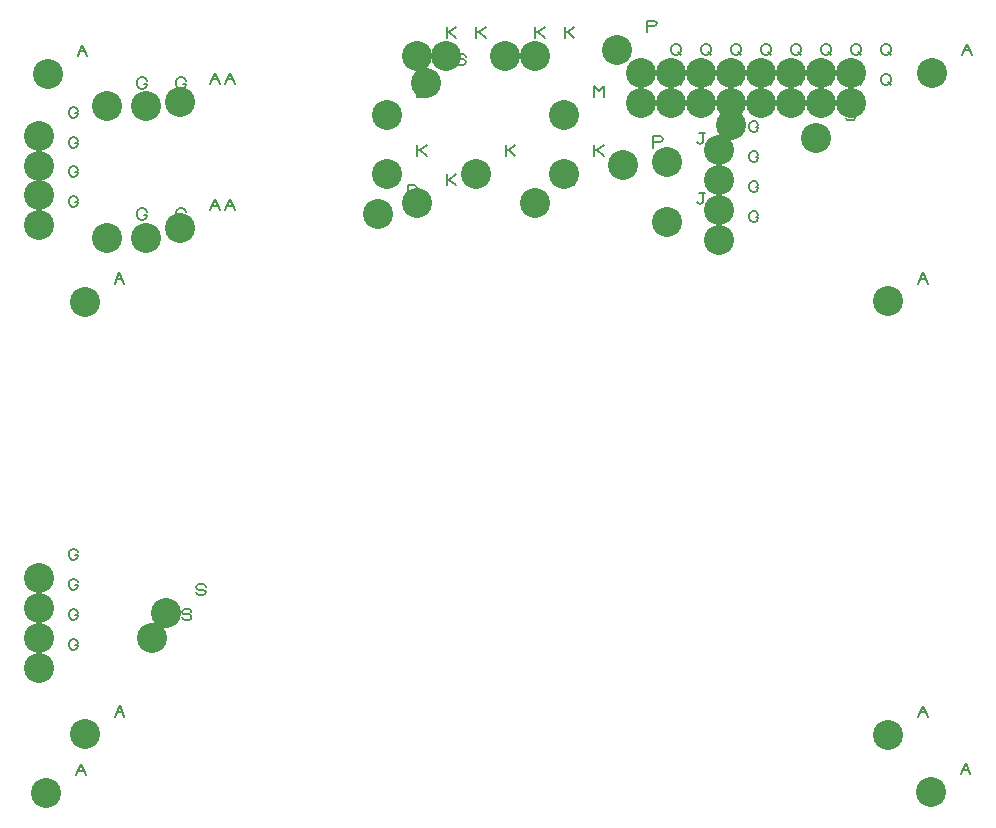
<source format=gbr>
G04 EasyPC Gerber Version 21.0.3 Build 4286 *
G04 #@! TF.Part,Single*
G04 #@! TF.FileFunction,Drillmap *
G04 #@! TF.FilePolarity,Positive *
%FSLAX35Y35*%
%MOIN*%
%ADD29C,0.00500*%
G04 #@! TA.AperFunction,ComponentPad*
%ADD99C,0.10000*%
X0Y0D02*
D02*
D29*
X53650Y107199D02*
X54588D01*
Y106886*
X54275Y106261*
X53963Y105949*
X53338Y105636*
X52713*
X52088Y105949*
X51775Y106261*
X51463Y106886*
Y108136*
X51775Y108761*
X52088Y109074*
X52713Y109386*
X53338*
X53963Y109074*
X54275Y108761*
X54588Y108136*
X53650Y117199D02*
X54588D01*
Y116886*
X54275Y116261*
X53963Y115949*
X53338Y115636*
X52713*
X52088Y115949*
X51775Y116261*
X51463Y116886*
Y118136*
X51775Y118761*
X52088Y119074*
X52713Y119386*
X53338*
X53963Y119074*
X54275Y118761*
X54588Y118136*
X53650Y127278D02*
X54588D01*
Y126965*
X54275Y126340*
X53963Y126028*
X53338Y125715*
X52713*
X52088Y126028*
X51775Y126340*
X51463Y126965*
Y128215*
X51775Y128840*
X52088Y129153*
X52713Y129465*
X53338*
X53963Y129153*
X54275Y128840*
X54588Y128215*
X53650Y137278D02*
X54588D01*
Y136965*
X54275Y136340*
X53963Y136028*
X53338Y135715*
X52713*
X52088Y136028*
X51775Y136340*
X51463Y136965*
Y138215*
X51775Y138840*
X52088Y139153*
X52713Y139465*
X53338*
X53963Y139153*
X54275Y138840*
X54588Y138215*
X53650Y254837D02*
X54588D01*
Y254524*
X54275Y253899*
X53963Y253587*
X53338Y253274*
X52713*
X52088Y253587*
X51775Y253899*
X51463Y254524*
Y255774*
X51775Y256399*
X52088Y256712*
X52713Y257024*
X53338*
X53963Y256712*
X54275Y256399*
X54588Y255774*
X53650Y264837D02*
X54588D01*
Y264524*
X54275Y263899*
X53963Y263587*
X53338Y263274*
X52713*
X52088Y263587*
X51775Y263899*
X51463Y264524*
Y265774*
X51775Y266399*
X52088Y266712*
X52713Y267024*
X53338*
X53963Y266712*
X54275Y266399*
X54588Y265774*
X53650Y274522D02*
X54588D01*
Y274209*
X54275Y273584*
X53963Y273272*
X53338Y272959*
X52713*
X52088Y273272*
X51775Y273584*
X51463Y274209*
Y275459*
X51775Y276084*
X52088Y276397*
X52713Y276709*
X53338*
X53963Y276397*
X54275Y276084*
X54588Y275459*
X53650Y284522D02*
X54588D01*
Y284209*
X54275Y283584*
X53963Y283272*
X53338Y282959*
X52713*
X52088Y283272*
X51775Y283584*
X51463Y284209*
Y285459*
X51775Y286084*
X52088Y286397*
X52713Y286709*
X53338*
X53963Y286397*
X54275Y286084*
X54588Y285459*
X54020Y63840D02*
X55582Y67590D01*
X57145Y63840*
X54645Y65403D02*
X56520D01*
X54413Y303604D02*
X55976Y307354D01*
X57539Y303604*
X55039Y305167D02*
X56913D01*
X66790Y227760D02*
X68353Y231510D01*
X69915Y227760*
X67415Y229323D02*
X69290D01*
X66850Y83494D02*
X68413Y87244D01*
X69976Y83494*
X67476Y85056D02*
X69350D01*
X76485Y250663D02*
X77422D01*
Y250351*
X77110Y249726*
X76797Y249413*
X76172Y249101*
X75547*
X74922Y249413*
X74610Y249726*
X74297Y250351*
Y251601*
X74610Y252226*
X74922Y252539*
X75547Y252851*
X76172*
X76797Y252539*
X77110Y252226*
X77422Y251601*
X76485Y294373D02*
X77422D01*
Y294061*
X77110Y293436*
X76797Y293123*
X76172Y292811*
X75547*
X74922Y293123*
X74610Y293436*
X74297Y294061*
Y295311*
X74610Y295936*
X74922Y296248*
X75547Y296561*
X76172*
X76797Y296248*
X77110Y295936*
X77422Y295311*
X89477Y250654D02*
X90415D01*
Y250342*
X90102Y249717*
X89789Y249404*
X89165Y249092*
X88539*
X87915Y249404*
X87602Y249717*
X87289Y250342*
Y251592*
X87602Y252217*
X87915Y252530*
X88539Y252842*
X89165*
X89789Y252530*
X90102Y252217*
X90415Y251592*
X89477Y294364D02*
X90415D01*
Y294052*
X90102Y293427*
X89789Y293114*
X89165Y292802*
X88539*
X87915Y293114*
X87602Y293427*
X87289Y294052*
Y295302*
X87602Y295927*
X87915Y296239*
X88539Y296552*
X89165*
X89789Y296239*
X90102Y295927*
X90415Y295302*
X89258Y116574D02*
X89570Y115949D01*
X90195Y115636*
X91445*
X92070Y115949*
X92383Y116574*
X92070Y117199*
X91445Y117511*
X90195*
X89570Y117824*
X89258Y118449*
X89570Y119074*
X90195Y119386*
X91445*
X92070Y119074*
X92383Y118449*
X93982Y124842D02*
X94295Y124217D01*
X94920Y123904*
X96170*
X96795Y124217*
X97107Y124842*
X96795Y125467*
X96170Y125779*
X94920*
X94295Y126092*
X93982Y126717*
X94295Y127342*
X94920Y127654*
X96170*
X96795Y127342*
X97107Y126717*
X98707Y252250D02*
X100269Y256000D01*
X101832Y252250*
X99332Y253813D02*
X101207D01*
X103707Y252250D02*
X105269Y256000D01*
X106832Y252250*
X104332Y253813D02*
X106207D01*
X98707Y294376D02*
X100269Y298126D01*
X101832Y294376*
X99332Y295939D02*
X101207D01*
X103707Y294376D02*
X105269Y298126D01*
X106832Y294376*
X104332Y295939D02*
X106207D01*
X164455Y256778D02*
Y260528D01*
X166642*
X167267Y260216*
X167580Y259591*
X167267Y258966*
X166642Y258653*
X164455*
X167604Y270361D02*
Y274111D01*
Y272236D02*
X168542D01*
X170730Y274111*
X168542Y272236D02*
X170730Y270361D01*
X167604Y293796D02*
Y290046D01*
X170730*
X177447Y260518D02*
Y264268D01*
Y262393D02*
X178384D01*
X180572Y264268*
X178384Y262393D02*
X180572Y260518D01*
X177447Y309731D02*
Y313481D01*
Y311606D02*
X178384D01*
X180572Y313481*
X178384Y311606D02*
X180572Y309731D01*
X180596Y301613D02*
X180909Y300988D01*
X181534Y300676*
X182784*
X183409Y300988*
X183722Y301613*
X183409Y302238*
X182784Y302551*
X181534*
X180909Y302863*
X180596Y303488*
X180909Y304113*
X181534Y304426*
X182784*
X183409Y304113*
X183722Y303488*
X187289Y309731D02*
Y313481D01*
Y311606D02*
X188227D01*
X190415Y313481*
X188227Y311606D02*
X190415Y309731D01*
X197132Y270361D02*
Y274111D01*
Y272236D02*
X198069D01*
X200257Y274111*
X198069Y272236D02*
X200257Y270361D01*
X206974Y309731D02*
Y313481D01*
Y311606D02*
X207912D01*
X210100Y313481*
X207912Y311606D02*
X210100Y309731D01*
X216817Y260518D02*
Y264268D01*
Y262393D02*
X217754D01*
X219942Y264268*
X217754Y262393D02*
X219942Y260518D01*
X216817Y309731D02*
Y313481D01*
Y311606D02*
X217754D01*
X219942Y313481*
X217754Y311606D02*
X219942Y309731D01*
X226659Y270361D02*
Y274111D01*
Y272236D02*
X227597D01*
X229785Y274111*
X227597Y272236D02*
X229785Y270361D01*
X226659Y290046D02*
Y293796D01*
X228222Y291921*
X229785Y293796*
Y290046*
X244376Y311699D02*
Y315449D01*
X246563*
X247189Y315137*
X247501Y314512*
X247189Y313887*
X246563Y313574*
X244376*
X246344Y273117D02*
Y276867D01*
X248532*
X249157Y276554*
X249470Y275929*
X249157Y275304*
X248532Y274992*
X246344*
X252329Y295233D02*
Y296483D01*
X252641Y297108*
X252954Y297420*
X253579Y297733*
X254204*
X254829Y297420*
X255141Y297108*
X255454Y296483*
Y295233*
X255141Y294608*
X254829Y294295*
X254204Y293983*
X253579*
X252954Y294295*
X252641Y294608*
X252329Y295233*
X254516Y294920D02*
X255454Y293983D01*
X252329Y305233D02*
Y306483D01*
X252641Y307108*
X252954Y307420*
X253579Y307733*
X254204*
X254829Y307420*
X255141Y307108*
X255454Y306483*
Y305233*
X255141Y304608*
X254829Y304295*
X254204Y303983*
X253579*
X252954Y304295*
X252641Y304608*
X252329Y305233*
X254516Y304920D02*
X255454Y303983D01*
X260911Y254844D02*
X261224Y254531D01*
X261849Y254219*
X262474Y254531*
X262787Y254844*
Y257969*
X263411*
X262787D02*
X261537D01*
X260911Y274844D02*
X261224Y274531D01*
X261849Y274219*
X262474Y274531*
X262787Y274844*
Y277969*
X263411*
X262787D02*
X261537D01*
X262329Y295233D02*
Y296483D01*
X262641Y297108*
X262954Y297420*
X263579Y297733*
X264204*
X264829Y297420*
X265141Y297108*
X265454Y296483*
Y295233*
X265141Y294608*
X264829Y294295*
X264204Y293983*
X263579*
X262954Y294295*
X262641Y294608*
X262329Y295233*
X264516Y294920D02*
X265454Y293983D01*
X262329Y305233D02*
Y306483D01*
X262641Y307108*
X262954Y307420*
X263579Y307733*
X264204*
X264829Y307420*
X265141Y307108*
X265454Y306483*
Y305233*
X265141Y304608*
X264829Y304295*
X264204Y303983*
X263579*
X262954Y304295*
X262641Y304608*
X262329Y305233*
X264516Y304920D02*
X265454Y303983D01*
X272329Y295233D02*
Y296483D01*
X272641Y297108*
X272954Y297420*
X273579Y297733*
X274204*
X274829Y297420*
X275141Y297108*
X275454Y296483*
Y295233*
X275141Y294608*
X274829Y294295*
X274204Y293983*
X273579*
X272954Y294295*
X272641Y294608*
X272329Y295233*
X274516Y294920D02*
X275454Y293983D01*
X272329Y305233D02*
Y306483D01*
X272641Y307108*
X272954Y307420*
X273579Y307733*
X274204*
X274829Y307420*
X275141Y307108*
X275454Y306483*
Y305233*
X275141Y304608*
X274829Y304295*
X274204Y303983*
X273579*
X272954Y304295*
X272641Y304608*
X272329Y305233*
X274516Y304920D02*
X275454Y303983D01*
X280422Y249876D02*
X281359D01*
Y249563*
X281047Y248939*
X280734Y248626*
X280109Y248313*
X279484*
X278859Y248626*
X278547Y248939*
X278234Y249563*
Y250813*
X278547Y251439*
X278859Y251751*
X279484Y252063*
X280109*
X280734Y251751*
X281047Y251439*
X281359Y250813*
X280422Y259876D02*
X281359D01*
Y259563*
X281047Y258939*
X280734Y258626*
X280109Y258313*
X279484*
X278859Y258626*
X278547Y258939*
X278234Y259563*
Y260813*
X278547Y261439*
X278859Y261751*
X279484Y262063*
X280109*
X280734Y261751*
X281047Y261439*
X281359Y260813*
X280422Y269876D02*
X281359D01*
Y269563*
X281047Y268939*
X280734Y268626*
X280109Y268313*
X279484*
X278859Y268626*
X278547Y268939*
X278234Y269563*
Y270813*
X278547Y271439*
X278859Y271751*
X279484Y272063*
X280109*
X280734Y271751*
X281047Y271439*
X281359Y270813*
X280422Y279876D02*
X281359D01*
Y279563*
X281047Y278939*
X280734Y278626*
X280109Y278313*
X279484*
X278859Y278626*
X278547Y278939*
X278234Y279563*
Y280813*
X278547Y281439*
X278859Y281751*
X279484Y282063*
X280109*
X280734Y281751*
X281047Y281439*
X281359Y280813*
X282329Y287440D02*
X282641Y286815D01*
X283266Y286502*
X284516*
X285141Y286815*
X285454Y287440*
X285141Y288065*
X284516Y288378*
X283266*
X282641Y288690*
X282329Y289315*
X282641Y289940*
X283266Y290252*
X284516*
X285141Y289940*
X285454Y289315*
X282329Y295233D02*
Y296483D01*
X282641Y297108*
X282954Y297420*
X283579Y297733*
X284204*
X284829Y297420*
X285141Y297108*
X285454Y296483*
Y295233*
X285141Y294608*
X284829Y294295*
X284204Y293983*
X283579*
X282954Y294295*
X282641Y294608*
X282329Y295233*
X284516Y294920D02*
X285454Y293983D01*
X282329Y305233D02*
Y306483D01*
X282641Y307108*
X282954Y307420*
X283579Y307733*
X284204*
X284829Y307420*
X285141Y307108*
X285454Y306483*
Y305233*
X285141Y304608*
X284829Y304295*
X284204Y303983*
X283579*
X282954Y304295*
X282641Y304608*
X282329Y305233*
X284516Y304920D02*
X285454Y303983D01*
X292329Y295233D02*
Y296483D01*
X292641Y297108*
X292954Y297420*
X293579Y297733*
X294204*
X294829Y297420*
X295141Y297108*
X295454Y296483*
Y295233*
X295141Y294608*
X294829Y294295*
X294204Y293983*
X293579*
X292954Y294295*
X292641Y294608*
X292329Y295233*
X294516Y294920D02*
X295454Y293983D01*
X292329Y305233D02*
Y306483D01*
X292641Y307108*
X292954Y307420*
X293579Y307733*
X294204*
X294829Y307420*
X295141Y307108*
X295454Y306483*
Y305233*
X295141Y304608*
X294829Y304295*
X294204Y303983*
X293579*
X292954Y304295*
X292641Y304608*
X292329Y305233*
X294516Y304920D02*
X295454Y303983D01*
X302329Y295233D02*
Y296483D01*
X302641Y297108*
X302954Y297420*
X303579Y297733*
X304204*
X304829Y297420*
X305141Y297108*
X305454Y296483*
Y295233*
X305141Y294608*
X304829Y294295*
X304204Y293983*
X303579*
X302954Y294295*
X302641Y294608*
X302329Y295233*
X304516Y294920D02*
X305454Y293983D01*
X302329Y305233D02*
Y306483D01*
X302641Y307108*
X302954Y307420*
X303579Y307733*
X304204*
X304829Y307420*
X305141Y307108*
X305454Y306483*
Y305233*
X305141Y304608*
X304829Y304295*
X304204Y303983*
X303579*
X302954Y304295*
X302641Y304608*
X302329Y305233*
X304516Y304920D02*
X305454Y303983D01*
X310518Y283109D02*
X310830Y282484D01*
X311455Y282172*
X312705*
X313330Y282484*
X313643Y283109*
X313330Y283734*
X312705Y284047*
X311455*
X310830Y284359*
X310518Y284984*
X310830Y285609*
X311455Y285922*
X312705*
X313330Y285609*
X313643Y284984*
X312329Y295233D02*
Y296483D01*
X312641Y297108*
X312954Y297420*
X313579Y297733*
X314204*
X314829Y297420*
X315141Y297108*
X315454Y296483*
Y295233*
X315141Y294608*
X314829Y294295*
X314204Y293983*
X313579*
X312954Y294295*
X312641Y294608*
X312329Y295233*
X314516Y294920D02*
X315454Y293983D01*
X312329Y305233D02*
Y306483D01*
X312641Y307108*
X312954Y307420*
X313579Y307733*
X314204*
X314829Y307420*
X315141Y307108*
X315454Y306483*
Y305233*
X315141Y304608*
X314829Y304295*
X314204Y303983*
X313579*
X312954Y304295*
X312641Y304608*
X312329Y305233*
X314516Y304920D02*
X315454Y303983D01*
X322329Y295233D02*
Y296483D01*
X322641Y297108*
X322954Y297420*
X323579Y297733*
X324204*
X324829Y297420*
X325141Y297108*
X325454Y296483*
Y295233*
X325141Y294608*
X324829Y294295*
X324204Y293983*
X323579*
X322954Y294295*
X322641Y294608*
X322329Y295233*
X324516Y294920D02*
X325454Y293983D01*
X322329Y305233D02*
Y306483D01*
X322641Y307108*
X322954Y307420*
X323579Y307733*
X324204*
X324829Y307420*
X325141Y307108*
X325454Y306483*
Y305233*
X325141Y304608*
X324829Y304295*
X324204Y303983*
X323579*
X322954Y304295*
X322641Y304608*
X322329Y305233*
X324516Y304920D02*
X325454Y303983D01*
X334613Y227786D02*
X336176Y231536D01*
X337738Y227786*
X335238Y229349D02*
X337113D01*
X334620Y83294D02*
X336183Y87044D01*
X337746Y83294*
X335246Y84856D02*
X337120D01*
X348902Y64234D02*
X350464Y67984D01*
X352027Y64234*
X349527Y65796D02*
X351402D01*
X349295Y303998D02*
X350858Y307748D01*
X352420Y303998*
X349920Y305560D02*
X351795D01*
D02*
D99*
X41463Y99699D03*
Y109699D03*
Y119778D03*
Y129778D03*
Y247337D03*
Y257337D03*
Y267022D03*
Y277022D03*
X44020Y57903D03*
X44413Y297667D03*
X56790Y221823D03*
X56850Y77556D03*
X64297Y243163D03*
Y286873D03*
X77289Y243154D03*
Y286864D03*
X79258Y109699D03*
X83982Y117967D03*
X88707Y246313D03*
Y288439D03*
X154455Y250841D03*
X157604Y264423D03*
Y284108D03*
X167447Y254581D03*
Y303793D03*
X170596Y294738D03*
X177289Y303793D03*
X187132Y264423D03*
X196974Y303793D03*
X206817Y254581D03*
Y303793D03*
X216659Y264423D03*
Y284108D03*
X234376Y305762D03*
X236344Y267179D03*
X242329Y288045D03*
Y298045D03*
X250911Y248281D03*
Y268281D03*
X252329Y288045D03*
Y298045D03*
X262329Y288045D03*
Y298045D03*
X268234Y242376D03*
Y252376D03*
Y262376D03*
Y272376D03*
X272329Y280565D03*
Y288045D03*
Y298045D03*
X282329Y288045D03*
Y298045D03*
X292329Y288045D03*
Y298045D03*
X300518Y276234D03*
X302329Y288045D03*
Y298045D03*
X312329Y288045D03*
Y298045D03*
X324613Y221849D03*
X324620Y77356D03*
X338902Y58296D03*
X339295Y298060D03*
X0Y0D02*
M02*

</source>
